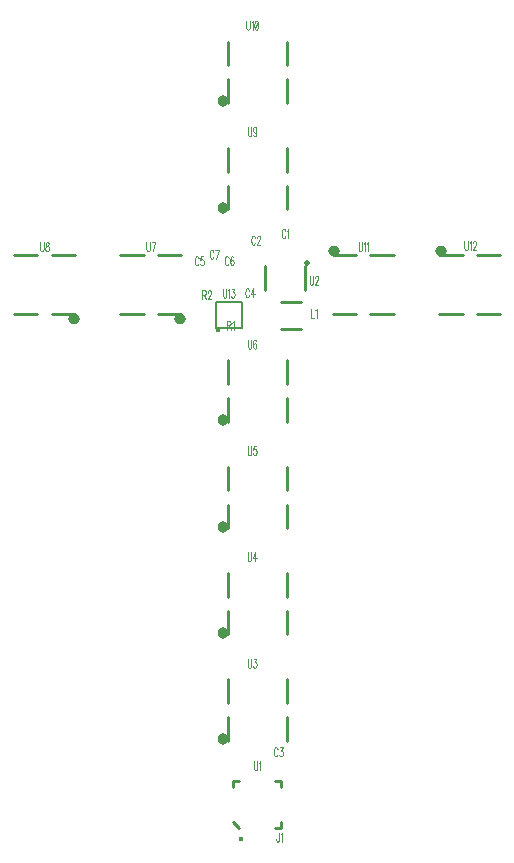
<source format=gto>
G04 DipTrace 2.4.0.2*
%INcross.gto*%
%MOMM*%
%ADD10C,0.25*%
%ADD13C,0.4*%
%ADD18C,0.152*%
%ADD22O,0.437X0.4*%
%ADD27O,0.5X0.5*%
%ADD30O,0.925X0.975*%
%ADD35O,0.975X0.925*%
%ADD71C,0.118*%
%FSLAX53Y53*%
G04*
G71*
G90*
G75*
G01*
%LNTopSilk*%
%LPD*%
D22*
X30645Y14083D3*
X30500Y15000D2*
D10*
X30000Y15500D1*
Y18500D2*
Y19000D1*
X30500D1*
X33500D2*
X34000D1*
Y18500D1*
X33500Y15000D2*
X34000D1*
Y15500D1*
X36082Y60588D2*
Y62588D1*
X32682Y60588D2*
Y62588D1*
D27*
X36257Y62838D3*
X29500Y27600D2*
D10*
Y25600D1*
X34500Y27600D2*
Y25600D1*
Y24400D2*
Y22400D1*
X29500Y24400D2*
Y22400D1*
D30*
X29138Y22537D3*
X35736Y57280D2*
D10*
X34037D1*
X35736Y59580D2*
X34037D1*
X29500Y36600D2*
Y34600D1*
X34500Y36600D2*
Y34600D1*
Y33400D2*
Y31400D1*
X29500Y33400D2*
Y31400D1*
D30*
X29138Y31537D3*
X29500Y45600D2*
D10*
Y43600D1*
X34500Y45600D2*
Y43600D1*
Y42400D2*
Y40400D1*
X29500Y42400D2*
Y40400D1*
D30*
X29138Y40537D3*
X29500Y54600D2*
D10*
Y52600D1*
X34500Y54600D2*
Y52600D1*
Y51400D2*
Y49400D1*
X29500Y51400D2*
Y49400D1*
D30*
X29138Y49537D3*
X20400Y58500D2*
D10*
X22400D1*
X20400Y63500D2*
X22400D1*
X23600D2*
X25600D1*
X23600Y58500D2*
X25600D1*
D35*
X25463Y58138D3*
X11400Y58500D2*
D10*
X13400D1*
X11400Y63500D2*
X13400D1*
X14600D2*
X16600D1*
X14600Y58500D2*
X16600D1*
D35*
X16463Y58138D3*
X29500Y72600D2*
D10*
Y70600D1*
X34500Y72600D2*
Y70600D1*
Y69400D2*
Y67400D1*
X29500Y69400D2*
Y67400D1*
D30*
X29138Y67537D3*
X29500Y81600D2*
D10*
Y79600D1*
X34500Y81600D2*
Y79600D1*
Y78400D2*
Y76400D1*
X29500Y78400D2*
Y76400D1*
D30*
X29138Y76537D3*
X43600Y63500D2*
D10*
X41600D1*
X43600Y58500D2*
X41600D1*
X40400D2*
X38400D1*
X40400Y63500D2*
X38400D1*
D35*
X38537Y63863D3*
X52600Y63500D2*
D10*
X50600D1*
X52600Y58500D2*
X50600D1*
X49400D2*
X47400D1*
X49400Y63500D2*
X47400D1*
D35*
X47537Y63863D3*
D13*
X28669Y57139D3*
X28544Y57364D2*
D18*
X30744D1*
Y59564D1*
X28544D1*
Y57364D1*
X31721Y20666D2*
D71*
Y20119D1*
X31743Y20010D1*
X31787Y19937D1*
X31853Y19900D1*
X31896D1*
X31962Y19937D1*
X32006Y20010D1*
X32028Y20119D1*
Y20666D1*
X32169Y20519D2*
X32213Y20556D1*
X32279Y20665D1*
Y19900D1*
X36443Y61770D2*
Y61223D1*
X36464Y61114D1*
X36508Y61041D1*
X36574Y61004D1*
X36618D1*
X36683Y61041D1*
X36727Y61114D1*
X36749Y61223D1*
Y61770D1*
X36912Y61587D2*
Y61624D1*
X36934Y61697D1*
X36956Y61733D1*
X37000Y61769D1*
X37087D1*
X37131Y61733D1*
X37152Y61697D1*
X37175Y61624D1*
Y61551D1*
X37152Y61478D1*
X37109Y61369D1*
X36890Y61004D1*
X37196D1*
X33860Y14619D2*
Y14036D1*
X33838Y13927D1*
X33816Y13891D1*
X33772Y13854D1*
X33728D1*
X33685Y13891D1*
X33663Y13927D1*
X33641Y14036D1*
Y14109D1*
X34001Y14473D2*
X34045Y14510D1*
X34110Y14618D1*
Y13854D1*
X31211Y29366D2*
Y28819D1*
X31232Y28710D1*
X31276Y28637D1*
X31342Y28600D1*
X31386D1*
X31451Y28637D1*
X31495Y28710D1*
X31517Y28819D1*
Y29366D1*
X31702Y29365D2*
X31942D1*
X31811Y29074D1*
X31877D1*
X31920Y29037D1*
X31942Y29001D1*
X31964Y28892D1*
Y28819D1*
X31942Y28710D1*
X31899Y28636D1*
X31833Y28600D1*
X31767D1*
X31702Y28636D1*
X31680Y28674D1*
X31658Y28746D1*
X34400Y65557D2*
X34379Y65630D1*
X34335Y65703D1*
X34291Y65739D1*
X34204D1*
X34160Y65703D1*
X34116Y65630D1*
X34094Y65557D1*
X34072Y65448D1*
Y65265D1*
X34094Y65156D1*
X34116Y65083D1*
X34160Y65011D1*
X34204Y64974D1*
X34291D1*
X34335Y65011D1*
X34379Y65083D1*
X34400Y65156D1*
X34542Y65593D2*
X34586Y65630D1*
X34651Y65738D1*
Y64974D1*
X31840Y64982D2*
X31818Y65054D1*
X31774Y65128D1*
X31731Y65164D1*
X31644D1*
X31600Y65128D1*
X31556Y65054D1*
X31534Y64982D1*
X31512Y64872D1*
Y64690D1*
X31534Y64581D1*
X31556Y64508D1*
X31600Y64435D1*
X31644Y64398D1*
X31731D1*
X31774Y64435D1*
X31818Y64508D1*
X31840Y64581D1*
X32004Y64981D2*
Y65017D1*
X32025Y65091D1*
X32047Y65127D1*
X32091Y65163D1*
X32178D1*
X32222Y65127D1*
X32244Y65091D1*
X32266Y65017D1*
Y64945D1*
X32244Y64872D1*
X32200Y64763D1*
X31981Y64398D1*
X32288D1*
X36545Y58988D2*
Y58222D1*
X36807D1*
X36948Y58841D2*
X36992Y58878D1*
X37058Y58987D1*
Y58222D1*
X31200Y38366D2*
Y37819D1*
X31222Y37710D1*
X31265Y37637D1*
X31331Y37600D1*
X31375D1*
X31440Y37637D1*
X31484Y37710D1*
X31506Y37819D1*
Y38366D1*
X31866Y37600D2*
Y38365D1*
X31647Y37855D1*
X31975D1*
X31211Y47366D2*
Y46819D1*
X31232Y46710D1*
X31276Y46637D1*
X31342Y46600D1*
X31386D1*
X31451Y46637D1*
X31495Y46710D1*
X31517Y46819D1*
Y47366D1*
X31920Y47365D2*
X31702D1*
X31680Y47037D1*
X31702Y47074D1*
X31768Y47111D1*
X31833D1*
X31899Y47074D1*
X31943Y47001D1*
X31964Y46892D1*
Y46819D1*
X31943Y46710D1*
X31899Y46636D1*
X31833Y46600D1*
X31768D1*
X31702Y46636D1*
X31680Y46674D1*
X31658Y46746D1*
X31222Y56366D2*
Y55819D1*
X31244Y55710D1*
X31287Y55637D1*
X31353Y55600D1*
X31397D1*
X31462Y55637D1*
X31506Y55710D1*
X31528Y55819D1*
Y56366D1*
X31932Y56256D2*
X31910Y56329D1*
X31844Y56365D1*
X31801D1*
X31735Y56329D1*
X31691Y56219D1*
X31669Y56037D1*
Y55855D1*
X31691Y55710D1*
X31735Y55636D1*
X31801Y55600D1*
X31822D1*
X31888Y55636D1*
X31932Y55710D1*
X31953Y55819D1*
Y55855D1*
X31932Y55965D1*
X31888Y56037D1*
X31822Y56074D1*
X31801D1*
X31735Y56037D1*
X31691Y55965D1*
X31669Y55855D1*
X22623Y64616D2*
Y64069D1*
X22645Y63960D1*
X22689Y63887D1*
X22755Y63850D1*
X22798D1*
X22864Y63887D1*
X22908Y63960D1*
X22929Y64069D1*
Y64616D1*
X23158Y63850D2*
X23377Y64615D1*
X23071D1*
X13623Y64616D2*
Y64069D1*
X13645Y63960D1*
X13689Y63887D1*
X13755Y63850D1*
X13798D1*
X13864Y63887D1*
X13908Y63960D1*
X13930Y64069D1*
Y64616D1*
X14180Y64615D2*
X14115Y64579D1*
X14093Y64506D1*
Y64433D1*
X14115Y64361D1*
X14158Y64324D1*
X14246Y64287D1*
X14311Y64251D1*
X14355Y64178D1*
X14377Y64105D1*
Y63996D1*
X14355Y63924D1*
X14333Y63886D1*
X14267Y63850D1*
X14180D1*
X14115Y63886D1*
X14093Y63924D1*
X14071Y63996D1*
Y64105D1*
X14093Y64178D1*
X14137Y64251D1*
X14202Y64287D1*
X14289Y64324D1*
X14333Y64361D1*
X14355Y64433D1*
Y64506D1*
X14333Y64579D1*
X14267Y64615D1*
X14180D1*
X31222Y74366D2*
Y73819D1*
X31243Y73710D1*
X31287Y73637D1*
X31353Y73600D1*
X31396D1*
X31462Y73637D1*
X31506Y73710D1*
X31528Y73819D1*
Y74366D1*
X31953Y74111D2*
X31931Y74001D1*
X31888Y73928D1*
X31822Y73892D1*
X31800D1*
X31735Y73928D1*
X31691Y74001D1*
X31669Y74111D1*
Y74147D1*
X31691Y74256D1*
X31735Y74329D1*
X31800Y74365D1*
X31822D1*
X31888Y74329D1*
X31931Y74256D1*
X31953Y74111D1*
Y73928D1*
X31931Y73746D1*
X31888Y73636D1*
X31822Y73600D1*
X31779D1*
X31713Y73636D1*
X31691Y73710D1*
X31085Y83366D2*
Y82819D1*
X31107Y82710D1*
X31151Y82637D1*
X31217Y82600D1*
X31260D1*
X31326Y82637D1*
X31370Y82710D1*
X31391Y82819D1*
Y83366D1*
X31533Y83219D2*
X31577Y83256D1*
X31642Y83365D1*
Y82600D1*
X31915Y83365D2*
X31849Y83329D1*
X31805Y83219D1*
X31784Y83037D1*
Y82928D1*
X31805Y82746D1*
X31849Y82636D1*
X31915Y82600D1*
X31958D1*
X32024Y82636D1*
X32068Y82746D1*
X32090Y82928D1*
Y83037D1*
X32068Y83219D1*
X32024Y83329D1*
X31958Y83365D1*
X31915D1*
X32068Y83219D2*
X31805Y82746D1*
X40596Y64594D2*
Y64047D1*
X40618Y63938D1*
X40662Y63865D1*
X40727Y63828D1*
X40771D1*
X40837Y63865D1*
X40881Y63938D1*
X40902Y64047D1*
Y64594D1*
X41043Y64448D2*
X41087Y64485D1*
X41153Y64593D1*
Y63828D1*
X41294Y64448D2*
X41338Y64485D1*
X41404Y64593D1*
Y63828D1*
X49560Y64689D2*
Y64143D1*
X49582Y64033D1*
X49626Y63961D1*
X49692Y63924D1*
X49735D1*
X49801Y63961D1*
X49845Y64033D1*
X49867Y64143D1*
Y64689D1*
X50008Y64543D2*
X50052Y64580D1*
X50117Y64688D1*
Y63924D1*
X50281Y64506D2*
Y64543D1*
X50303Y64616D1*
X50324Y64652D1*
X50368Y64688D1*
X50456D1*
X50499Y64652D1*
X50521Y64616D1*
X50543Y64543D1*
Y64470D1*
X50521Y64397D1*
X50477Y64288D1*
X50259Y63924D1*
X50565D1*
X29456Y57576D2*
X29653D1*
X29719Y57613D1*
X29741Y57650D1*
X29763Y57722D1*
Y57795D1*
X29741Y57868D1*
X29719Y57905D1*
X29653Y57941D1*
X29456D1*
Y57175D1*
X29609Y57576D2*
X29763Y57175D1*
X29904Y57794D2*
X29948Y57832D1*
X30013Y57940D1*
Y57175D1*
X27362Y60170D2*
X27559D1*
X27625Y60207D1*
X27647Y60243D1*
X27668Y60316D1*
Y60389D1*
X27647Y60462D1*
X27625Y60499D1*
X27559Y60535D1*
X27362D1*
Y59769D1*
X27515Y60170D2*
X27668Y59769D1*
X27832Y60352D2*
Y60388D1*
X27854Y60462D1*
X27875Y60498D1*
X27919Y60534D1*
X28007D1*
X28050Y60498D1*
X28072Y60462D1*
X28094Y60388D1*
Y60316D1*
X28072Y60243D1*
X28028Y60134D1*
X27810Y59769D1*
X28116D1*
X31339Y60521D2*
X31317Y60593D1*
X31273Y60666D1*
X31230Y60703D1*
X31142D1*
X31098Y60666D1*
X31055Y60593D1*
X31032Y60521D1*
X31011Y60411D1*
Y60228D1*
X31032Y60120D1*
X31055Y60046D1*
X31098Y59974D1*
X31142Y59937D1*
X31230D1*
X31273Y59974D1*
X31317Y60046D1*
X31339Y60120D1*
X31699Y59937D2*
Y60702D1*
X31480Y60192D1*
X31808D1*
X27046Y63242D2*
X27024Y63314D1*
X26980Y63388D1*
X26937Y63424D1*
X26850D1*
X26806Y63388D1*
X26762Y63314D1*
X26740Y63242D1*
X26718Y63132D1*
Y62950D1*
X26740Y62841D1*
X26762Y62768D1*
X26806Y62695D1*
X26850Y62658D1*
X26937D1*
X26980Y62695D1*
X27024Y62768D1*
X27046Y62841D1*
X27450Y63423D2*
X27231D1*
X27210Y63095D1*
X27231Y63132D1*
X27297Y63169D1*
X27362D1*
X27428Y63132D1*
X27472Y63059D1*
X27494Y62950D1*
Y62877D1*
X27472Y62768D1*
X27428Y62694D1*
X27362Y62658D1*
X27297D1*
X27231Y62694D1*
X27210Y62731D1*
X27187Y62804D1*
X29597Y63255D2*
X29575Y63327D1*
X29531Y63401D1*
X29488Y63437D1*
X29400D1*
X29356Y63401D1*
X29313Y63327D1*
X29291Y63255D1*
X29269Y63145D1*
Y62963D1*
X29291Y62854D1*
X29313Y62781D1*
X29356Y62708D1*
X29400Y62671D1*
X29488D1*
X29531Y62708D1*
X29575Y62781D1*
X29597Y62854D1*
X30000Y63327D2*
X29979Y63400D1*
X29913Y63436D1*
X29869D1*
X29804Y63400D1*
X29760Y63290D1*
X29738Y63108D1*
Y62926D1*
X29760Y62781D1*
X29804Y62707D1*
X29869Y62671D1*
X29891D1*
X29956Y62707D1*
X30000Y62781D1*
X30022Y62890D1*
Y62926D1*
X30000Y63036D1*
X29956Y63108D1*
X29891Y63145D1*
X29869D1*
X29804Y63108D1*
X29760Y63036D1*
X29738Y62926D1*
X28312Y63796D2*
X28290Y63869D1*
X28246Y63942D1*
X28202Y63978D1*
X28115D1*
X28071Y63942D1*
X28028Y63869D1*
X28005Y63796D1*
X27984Y63687D1*
Y63504D1*
X28005Y63395D1*
X28028Y63322D1*
X28071Y63250D1*
X28115Y63212D1*
X28202D1*
X28246Y63250D1*
X28290Y63322D1*
X28312Y63395D1*
X28540Y63212D2*
X28759Y63977D1*
X28453D1*
X29104Y60680D2*
Y60133D1*
X29126Y60023D1*
X29170Y59951D1*
X29236Y59914D1*
X29279D1*
X29345Y59951D1*
X29389Y60023D1*
X29411Y60133D1*
Y60680D1*
X29552Y60533D2*
X29596Y60570D1*
X29662Y60679D1*
Y59914D1*
X29847Y60679D2*
X30087D1*
X29956Y60387D1*
X30022D1*
X30065Y60351D1*
X30087Y60315D1*
X30109Y60205D1*
Y60133D1*
X30087Y60023D1*
X30043Y59950D1*
X29978Y59914D1*
X29912D1*
X29847Y59950D1*
X29825Y59987D1*
X29803Y60060D1*
X33742Y21665D2*
X33721Y21738D1*
X33677Y21811D1*
X33633Y21847D1*
X33546D1*
X33502Y21811D1*
X33458Y21738D1*
X33436Y21665D1*
X33414Y21556D1*
Y21373D1*
X33436Y21264D1*
X33458Y21191D1*
X33502Y21119D1*
X33546Y21082D1*
X33633D1*
X33677Y21119D1*
X33721Y21191D1*
X33742Y21264D1*
X33928Y21847D2*
X34168D1*
X34037Y21555D1*
X34102D1*
X34146Y21519D1*
X34168Y21483D1*
X34190Y21373D1*
Y21301D1*
X34168Y21191D1*
X34124Y21118D1*
X34059Y21082D1*
X33993D1*
X33928Y21118D1*
X33906Y21155D1*
X33884Y21227D1*
M02*

</source>
